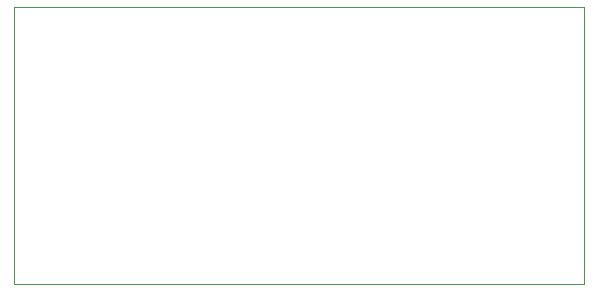
<source format=gbo>
G75*
%MOIN*%
%OFA0B0*%
%FSLAX25Y25*%
%IPPOS*%
%LPD*%
%AMOC8*
5,1,8,0,0,1.08239X$1,22.5*
%
%ADD10C,0.00000*%
D10*
X0010770Y0002000D02*
X0010770Y0094500D01*
X0200770Y0094500D01*
X0200770Y0002000D01*
X0010770Y0002000D01*
M02*

</source>
